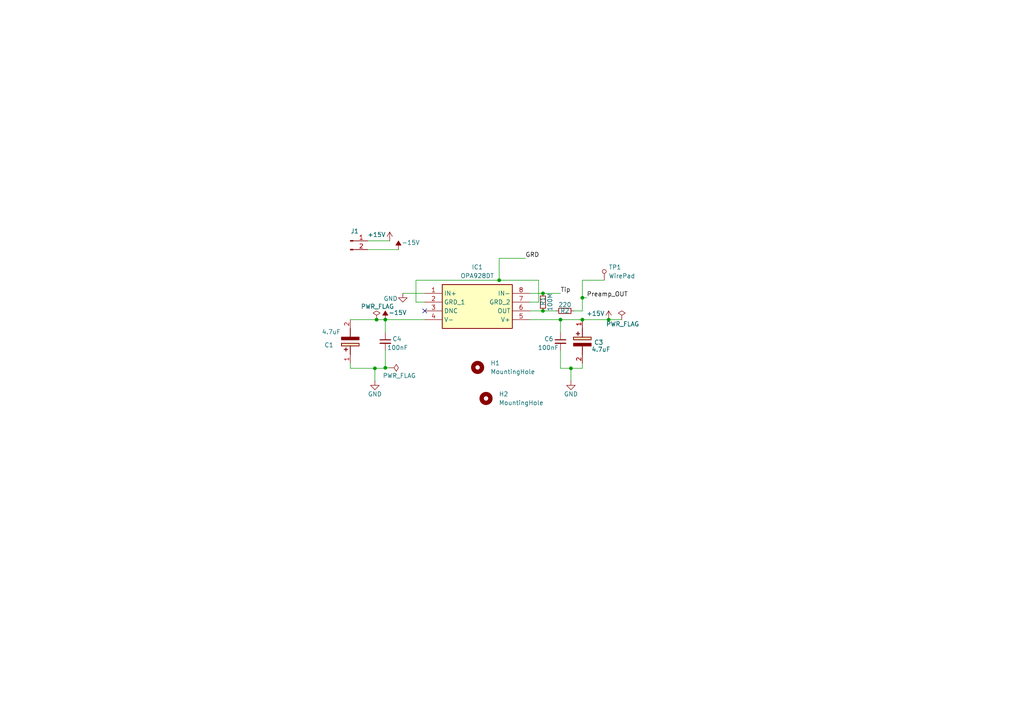
<source format=kicad_sch>
(kicad_sch (version 20250114) (generator "eeschema") (generator_version "9.0")
  (paper "A4")
  (lib_symbols
    (symbol "293D475X9035C2TE3:293D475X9035C2TE3" (pin_names (hide yes))
      (property "Reference" "C" (at 8.89 6.35 0))
      (property "Value" "293D475X9035C2TE3" (at 8.89 3.81 0))
      (symbol "293D475X9035C2TE3_1_1"
        (polyline (pts (xy 2.54 0) (xy 5.08 0)) (stroke (width 0.254)))
        (polyline (pts (xy 4.064 1.778) (xy 4.064 0.762)) (stroke (width 0.254)))
        (polyline (pts (xy 4.572 1.27) (xy 3.556 1.27)) (stroke (width 0.254)))
        (rectangle (start 5.08 2.54) (end 5.842 -2.54) (stroke (width 0.254)) (fill (type background)))
        (polyline (pts (xy 7.62 2.54) (xy 7.62 -2.54) (xy 6.858 -2.54) (xy 6.858 2.54) (xy 7.62 2.54)) (stroke (width 0.254)) (fill (type outline)))
        (polyline (pts (xy 7.62 0) (xy 10.16 0)) (stroke (width 0.254)))
        (pin passive line (at 0 0 0) (length 2.54) (name "+") (number "1"))
        (pin passive line (at 12.7 0 180) (length 2.54) (name "-") (number "2"))
      )
    )
    (symbol "Connector:Conn_01x02_Pin" (pin_names (offset 1.016) (hide yes))
      (property "Reference" "J" (at 0 2.54 0))
      (property "Value" "Conn_01x02_Pin" (at 0 -5.08 0))
      (symbol "Conn_01x02_Pin_1_1"
        (rectangle (start 0.8636 0.127) (end 0 -0.127) (stroke (width 0.1524)) (fill (type outline)))
        (rectangle (start 0.8636 -2.413) (end 0 -2.667) (stroke (width 0.1524)) (fill (type outline)))
        (polyline (pts (xy 1.27 0) (xy 0.8636 0)) (stroke (width 0.1524)))
        (polyline (pts (xy 1.27 -2.54) (xy 0.8636 -2.54)) (stroke (width 0.1524)))
        (pin passive line (at 5.08 0 180) (length 3.81) (name "Pin_1") (number "1"))
        (pin passive line (at 5.08 -2.54 180) (length 3.81) (name "Pin_2") (number "2"))
      )
    )
    (symbol "Device:C_Small" (pin_numbers (hide yes)) (pin_names (offset 0.254) (hide yes))
      (property "Reference" "C" (at 0.254 1.778 0))
      (property "Value" "C_Small" (at 0.254 -2.032 0))
      (symbol "C_Small_0_1"
        (polyline (pts (xy -1.524 0.508) (xy 1.524 0.508)) (stroke (width 0.3048)))
        (polyline (pts (xy -1.524 -0.508) (xy 1.524 -0.508)) (stroke (width 0.3302)))
      )
      (symbol "C_Small_1_1"
        (pin passive line (at 0 2.54 270) (length 2.032) (name "~") (number "1"))
        (pin passive line (at 0 -2.54 90) (length 2.032) (name "~") (number "2"))
      )
    )
    (symbol "Device:R_Small" (pin_numbers (hide yes)) (pin_names (offset 0.254) (hide yes))
      (property "Reference" "R" (at 0.762 0.508 0))
      (property "Value" "R_Small" (at 0.762 -1.016 0))
      (symbol "R_Small_0_1"
        (rectangle (start -0.762 1.778) (end 0.762 -1.778) (stroke (width 0.2032)))
      )
      (symbol "R_Small_1_1"
        (pin passive line (at 0 2.54 270) (length 0.762) (name "~") (number "1"))
        (pin passive line (at 0 -2.54 90) (length 0.762) (name "~") (number "2"))
      )
    )
    (symbol "Mechanical:MountingHole" (pin_names (offset 1.016)) (exclude_from_sim yes) (in_bom no)
      (property "Reference" "H" (at 0 5.08 0))
      (property "Value" "MountingHole" (at 0 3.175 0))
      (symbol "MountingHole_0_1"
        (circle (center 0 0) (radius 1.27) (stroke (width 1.27)))
      )
    )
    (symbol "SamacSys_Parts:OPA928DT"
      (property "Reference" "IC" (at 26.67 7.62 0))
      (property "Value" "OPA928DT" (at 26.67 5.08 0))
      (symbol "OPA928DT_1_1"
        (rectangle (start 5.08 2.54) (end 25.4 -10.16) (stroke (width 0.254)) (fill (type background)))
        (pin passive line (at 0 0 0) (length 5.08) (name "IN+") (number "1"))
        (pin passive line (at 0 -2.54 0) (length 5.08) (name "GRD_1") (number "2"))
        (pin passive line (at 0 -5.08 0) (length 5.08) (name "DNC") (number "3"))
        (pin passive line (at 0 -7.62 0) (length 5.08) (name "V-") (number "4"))
        (pin passive line (at 30.48 0 180) (length 5.08) (name "IN-") (number "8"))
        (pin passive line (at 30.48 -2.54 180) (length 5.08) (name "GRD_2") (number "7"))
        (pin passive line (at 30.48 -5.08 180) (length 5.08) (name "OUT") (number "6"))
        (pin passive line (at 30.48 -7.62 180) (length 5.08) (name "V+") (number "5"))
      )
    )
    (symbol "obbo_Passive:WirePad" (pin_numbers (hide yes)) (pin_names (offset 0))
      (property "Reference" "TP" (at -2.54 1.27 0))
      (property "Value" "WirePad" (at 0 -2.54 0))
      (symbol "WirePad_0_1"
        (circle (center 0 0) (radius 0.5588))
      )
      (symbol "WirePad_1_1"
        (pin passive line (at 0 2.54 270) (length 1.905) (name "~") (number "1"))
      )
    )
    (symbol "power:+15V" (power) (pin_numbers (hide yes)) (pin_names (offset 0) (hide yes))
      (property "Value" "+15V" (at 0 3.556 0))
      (symbol "+15V_0_1"
        (polyline (pts (xy -0.762 1.27) (xy 0 2.54)))
        (polyline (pts (xy 0 2.54) (xy 0.762 1.27)))
        (polyline (pts (xy 0 0) (xy 0 2.54)))
      )
      (symbol "+15V_1_1"
        (pin power_in line (at 0 0 90) (length 0) (name "~") (number "1"))
      )
    )
    (symbol "power:-15V" (power) (pin_numbers (hide yes)) (pin_names (offset 0) (hide yes))
      (property "Value" "-15V" (at 0 3.556 0))
      (symbol "-15V_0_0"
        (pin power_in line (at 0 0 90) (length 0) (name "~") (number "1"))
      )
      (symbol "-15V_0_1"
        (polyline (pts (xy 0 0) (xy 0 1.27) (xy 0.762 1.27) (xy 0 2.54) (xy -0.762 1.27) (xy 0 1.27)) (fill (type outline)))
      )
    )
    (symbol "power:GND" (power) (pin_numbers (hide yes)) (pin_names (offset 0) (hide yes))
      (property "Value" "GND" (at 0 -3.81 0))
      (symbol "GND_0_1"
        (polyline (pts (xy 0 0) (xy 0 -1.27) (xy 1.27 -1.27) (xy 0 -2.54) (xy -1.27 -1.27) (xy 0 -1.27)))
      )
      (symbol "GND_1_1"
        (pin power_in line (at 0 0 270) (length 0) (name "~") (number "1"))
      )
    )
    (symbol "power:PWR_FLAG" (power) (pin_numbers (hide yes)) (pin_names (offset 0) (hide yes))
      (property "Value" "PWR_FLAG" (at 0 3.81 0))
      (symbol "PWR_FLAG_0_0"
        (pin power_out line (at 0 0 90) (length 0) (name "~") (number "1"))
      )
      (symbol "PWR_FLAG_0_1"
        (polyline (pts (xy 0 0) (xy 0 1.27) (xy -1.016 1.905) (xy 0 2.54) (xy 1.016 1.905) (xy 0 1.27)))
      )
    )
  )
  (junction (at 157.48 85.09))
  (junction (at 111.76 106.68))
  (junction (at 176.53 92.71))
  (junction (at 109.22 92.71))
  (junction (at 162.56 92.71))
  (junction (at 157.48 90.17))
  (junction (at 165.5909 106.8275))
  (junction (at 108.7291 106.8275))
  (junction (at 168.91 86.36))
  (junction (at 111.76 92.71))
  (junction (at 144.78 81.28))
  (junction (at 168.91 92.71))
  (no_connect (at 123.19 90.17))
  (wire (pts (xy 120.65 81.28) (xy 144.78 81.28)))
  (wire (pts (xy 162.56 106.8275) (xy 162.56 101.6)))
  (wire (pts (xy 168.91 106.8275) (xy 165.5909 106.8275)))
  (wire (pts (xy 144.78 74.93) (xy 144.78 81.28)))
  (wire (pts (xy 165.5909 110.49) (xy 165.5909 106.8275)))
  (wire (pts (xy 116.84 85.09) (xy 123.19 85.09)))
  (wire (pts (xy 111.76 96.52) (xy 111.76 92.71)))
  (wire (pts (xy 153.67 92.71) (xy 162.56 92.71)))
  (wire (pts (xy 162.56 92.71) (xy 168.91 92.71)))
  (wire (pts (xy 111.76 106.68) (xy 111.76 101.6)))
  (wire (pts (xy 168.91 81.28) (xy 175.26 81.28)))
  (wire (pts (xy 108.7291 106.8275) (xy 111.76 106.8275)))
  (wire (pts (xy 108.7291 110.49) (xy 108.7291 106.8275)))
  (wire (pts (xy 144.78 81.28) (xy 156.21 81.28)))
  (wire (pts (xy 168.91 92.71) (xy 176.53 92.71)))
  (wire (pts (xy 176.53 92.71) (xy 180.34 92.71)))
  (wire (pts (xy 168.91 105.41) (xy 168.91 106.8275)))
  (wire (pts (xy 168.91 86.36) (xy 170.18 86.36)))
  (wire (pts (xy 109.22 92.71) (xy 111.76 92.71)))
  (wire (pts (xy 153.67 85.09) (xy 157.48 85.09)))
  (wire (pts (xy 156.21 81.28) (xy 156.21 87.63)))
  (wire (pts (xy 165.5909 106.8275) (xy 162.56 106.8275)))
  (wire (pts (xy 111.76 106.68) (xy 113.03 106.68)))
  (wire (pts (xy 153.67 90.17) (xy 157.48 90.17)))
  (wire (pts (xy 157.48 85.09) (xy 162.56 85.09)))
  (wire (pts (xy 123.19 87.63) (xy 120.65 87.63)))
  (wire (pts (xy 106.68 69.85) (xy 113.03 69.85)))
  (wire (pts (xy 168.91 86.36) (xy 168.91 81.28)))
  (wire (pts (xy 120.65 87.63) (xy 120.65 81.28)))
  (wire (pts (xy 156.21 87.63) (xy 153.67 87.63)))
  (wire (pts (xy 101.6 105.41) (xy 101.6 106.8275)))
  (wire (pts (xy 111.76 106.8275) (xy 111.76 106.68)))
  (wire (pts (xy 111.76 92.71) (xy 123.19 92.71)))
  (wire (pts (xy 168.91 90.17) (xy 166.37 90.17)))
  (wire (pts (xy 157.48 90.17) (xy 161.29 90.17)))
  (wire (pts (xy 101.6 92.71) (xy 109.22 92.71)))
  (wire (pts (xy 152.4 74.93) (xy 144.78 74.93)))
  (wire (pts (xy 101.6 106.8275) (xy 108.7291 106.8275)))
  (wire (pts (xy 106.68 72.39) (xy 115.57 72.39)))
  (wire (pts (xy 168.91 86.36) (xy 168.91 90.17)))
  (wire (pts (xy 162.56 96.52) (xy 162.56 92.71)))
  (label "GRD" (at 152.4 74.93 0))
  (label "Tip" (at 162.56 85.09 0))
  (label "Preamp_OUT" (at 170.18 86.36 0))
  (symbol (lib_id "Device:R_Small") (at 157.48 87.63 0) (unit 1)
    (property "Reference" "R1" (at 157.48 87.376 90))
    (property "Value" "100M" (at 159.512 87.63 90))
    (property "Footprint" "Resistor_SMD:R_0603_1608Metric" (effects (hide yes)))
    (property "Description" "Resistor, small symbol" (effects (hide yes)))
    (property "LCSC" "C22962" (effects (hide yes)))
    (property "Mouser Part Number" "708-HMC0603FT100M " (effects (hide yes)))
  )
  (symbol (lib_id "Mechanical:MountingHole") (at 138.5273 106.5681 0) (unit 1) (exclude_from_sim yes) (in_bom no)
    (property "Reference" "H1" (at 142.24 105.298 0) (effects (justify left)))
    (property "Value" "MountingHole" (at 142.24 107.838 0) (effects (justify left)))
    (property "Footprint" "MountingHole:MountingHole_2.2mm_M2" (effects (hide yes)))
    (property "Description" "Mounting Hole without connection" (effects (hide yes)))
  )
  (symbol (lib_id "Device:R_Small") (at 163.83 90.17 90) (unit 1)
    (property "Reference" "R2" (at 163.83 90.17 90))
    (property "Value" "220" (at 163.83 88.392 90))
    (property "Footprint" "Resistor_SMD:R_0603_1608Metric" (effects (hide yes)))
    (property "Description" "Resistor, small symbol" (effects (hide yes)))
    (property "LCSC" "C22962" (effects (hide yes)))
  )
  (symbol (lib_id "power:+15V") (at 176.53 92.71 0) (unit 1)
    (property "Reference" "#PWR04" (effects (hide yes)))
    (property "Value" "+15V" (at 172.72 90.932 0))
    (property "Description" "Power symbol creates a global label with name \"+15V\"" (effects (hide yes)))
  )
  (symbol (lib_id "power:GND") (at 108.7291 110.49 0) (unit 1)
    (property "Reference" "#PWR01" (effects (hide yes)))
    (property "Value" "GND" (at 108.7291 114.3 0))
    (property "Description" "Power symbol creates a global label with name \"GND\" , ground" (effects (hide yes)))
  )
  (symbol (lib_id "power:PWR_FLAG") (at 109.22 92.71 0) (unit 1)
    (property "Reference" "#FLG01" (effects (hide yes)))
    (property "Value" "PWR_FLAG" (at 109.474 88.9 0))
    (property "Description" "Special symbol for telling ERC where power comes from" (effects (hide yes)))
  )
  (symbol (lib_id "293D475X9035C2TE3:293D475X9035C2TE3") (at 101.6 105.41 90) (unit 1)
    (property "Reference" "C1" (at 96.774 100.076 90) (effects (justify left)))
    (property "Value" "4.7uF" (at 98.806 96.266 90) (effects (justify left)))
    (property "Footprint" "293D475X9035C2TE3:CAPPM6032X280N" (effects (hide yes)))
    (property "Datasheet" "http://www.vishay.com/docs/40002/293d.pdf" (effects (hide yes)))
    (property "Description" "Solid Tantalum Surface Mount Chip Capacitors TANTAMOUNT(TM), Molded Case, Standard Industrial Grade" (effects (hide yes)))
    (property "Height" "2.8" (effects (hide yes)))
    (property "Mouser Part Number" "74-293D475X9035C2TE3" (effects (hide yes)))
    (property "Mouser Price/Stock" "https://www.mouser.co.uk/ProductDetail/Vishay-Sprague/293D475X9035C2TE3?qs=L4BSZja3YaK5uiX7PSIEuA%3D%3D" (effects (hide yes)))
    (property "Manufacturer_Name" "Vishay" (effects (hide yes)))
    (property "Manufacturer_Part_Number" "293D475X9035C2TE3" (effects (hide yes)))
  )
  (symbol (lib_id "power:GND") (at 116.84 85.09 0) (unit 1)
    (property "Reference" "#PWR05" (effects (hide yes)))
    (property "Value" "GND" (at 113.284 86.614 0))
    (property "Description" "Power symbol creates a global label with name \"GND\" , ground" (effects (hide yes)))
  )
  (symbol (lib_id "power:-15V") (at 115.57 72.39 0) (unit 1)
    (property "Reference" "#PWR07" (effects (hide yes)))
    (property "Value" "-15V" (at 119.126 70.358 0))
    (property "Description" "Power symbol creates a global label with name \"-15V\"" (effects (hide yes)))
  )
  (symbol (lib_id "Device:C_Small") (at 111.76 99.06 0) (unit 1)
    (property "Reference" "C4" (at 113.792 98.298 0) (effects (justify left)))
    (property "Value" "100nF" (at 112.268 100.838 0) (effects (justify left)))
    (property "Footprint" "Capacitor_SMD:C_0402_1005Metric" (effects (hide yes)))
    (property "Description" "Unpolarized capacitor, small symbol" (effects (hide yes)))
    (property "LCSC" "C1545" (effects (hide yes)))
  )
  (symbol (lib_id "power:-15V") (at 111.76 92.71 0) (unit 1)
    (property "Reference" "#PWR02" (effects (hide yes)))
    (property "Value" "-15V" (at 115.316 90.678 0))
    (property "Description" "Power symbol creates a global label with name \"-15V\"" (effects (hide yes)))
  )
  (symbol (lib_id "SamacSys_Parts:OPA928DT") (at 123.19 85.09 0) (unit 1)
    (property "Reference" "IC1" (at 138.43 77.47 0))
    (property "Value" "OPA928DT" (at 138.43 80.01 0))
    (property "Footprint" "SamacSys_Parts:SOIC127P600X175-8N" (effects (hide yes)))
    (property "Datasheet" "https://www.ti.com/lit/ds/symlink/opa928.pdf?ts=1728931447403&ref_url=https%253A%252F%252Fwww.ti.com%252Fproduct%252FOPA928" (effects (hide yes)))
    (property "Description" "Operational Amplifiers - Op Amps High-voltage femtoampere-input-bias precision e-trim operational amplifier with RRIO" (effects (hide yes)))
    (property "Height" "1.75" (effects (hide yes)))
    (property "Mouser Part Number" "595-OPA928DT" (effects (hide yes)))
    (property "Mouser Price/Stock" "https://www.mouser.co.uk/ProductDetail/Texas-Instruments/OPA928DT?qs=2wMNvWM5ZX6Wti5wOvo%252B9w%3D%3D" (effects (hide yes)))
    (property "Manufacturer_Name" "Texas Instruments" (effects (hide yes)))
    (property "Manufacturer_Part_Number" "OPA928DT" (effects (hide yes)))
  )
  (symbol (lib_id "Connector:Conn_01x02_Pin") (at 101.6 69.85 0) (unit 1)
    (property "Reference" "J1" (at 102.87 67.056 0))
    (property "Value" "Conn_01x02_Pin" (effects (hide yes)))
    (property "Footprint" "Connector_PinHeader_2.54mm:PinHeader_1x02_P2.54mm_Vertical" (effects (hide yes)))
    (property "Description" "Generic connector, single row, 01x02, script generated" (effects (hide yes)))
  )
  (symbol (lib_id "Device:C_Small") (at 162.56 99.06 0) (mirror y) (unit 1)
    (property "Reference" "C6" (at 160.528 98.298 0) (effects (justify left)))
    (property "Value" "100nF" (at 162.052 100.838 0) (effects (justify left)))
    (property "Footprint" "Capacitor_SMD:C_0402_1005Metric" (effects (hide yes)))
    (property "Description" "Unpolarized capacitor, small symbol" (effects (hide yes)))
    (property "LCSC" "C1545" (effects (hide yes)))
  )
  (symbol (lib_id "power:PWR_FLAG") (at 113.03 106.68 270) (unit 1)
    (property "Reference" "#FLG02" (effects (hide yes)))
    (property "Value" "PWR_FLAG" (at 115.824 108.966 90))
    (property "Description" "Special symbol for telling ERC where power comes from" (effects (hide yes)))
  )
  (symbol (lib_id "293D475X9035C2TE3:293D475X9035C2TE3") (at 168.91 92.71 90) (mirror x) (unit 1)
    (property "Reference" "C3" (at 175.006 99.314 90) (effects (justify left)))
    (property "Value" "4.7uF" (at 177.038 101.346 90) (effects (justify left)))
    (property "Footprint" "293D475X9035C2TE3:CAPPM6032X280N" (effects (hide yes)))
    (property "Datasheet" "http://www.vishay.com/docs/40002/293d.pdf" (effects (hide yes)))
    (property "Description" "Solid Tantalum Surface Mount Chip Capacitors TANTAMOUNT(TM), Molded Case, Standard Industrial Grade" (effects (hide yes)))
    (property "Height" "2.8" (effects (hide yes)))
    (property "Mouser Part Number" "74-293D475X9035C2TE3" (effects (hide yes)))
    (property "Mouser Price/Stock" "https://www.mouser.co.uk/ProductDetail/Vishay-Sprague/293D475X9035C2TE3?qs=L4BSZja3YaK5uiX7PSIEuA%3D%3D" (effects (hide yes)))
    (property "Manufacturer_Name" "Vishay" (effects (hide yes)))
    (property "Manufacturer_Part_Number" "293D475X9035C2TE3" (effects (hide yes)))
  )
  (symbol (lib_id "power:+15V") (at 113.03 69.85 0) (unit 1)
    (property "Reference" "#PWR03" (effects (hide yes)))
    (property "Value" "+15V" (at 109.22 68.072 0))
    (property "Description" "Power symbol creates a global label with name \"+15V\"" (effects (hide yes)))
  )
  (symbol (lib_id "power:GND") (at 165.5909 110.49 0) (mirror y) (unit 1)
    (property "Reference" "#PWR06" (effects (hide yes)))
    (property "Value" "GND" (at 165.5909 114.3 0))
    (property "Description" "Power symbol creates a global label with name \"GND\" , ground" (effects (hide yes)))
  )
  (symbol (lib_id "Mechanical:MountingHole") (at 140.97 115.57 0) (unit 1) (exclude_from_sim yes) (in_bom no)
    (property "Reference" "H2" (at 144.6827 114.2999 0) (effects (justify left)))
    (property "Value" "MountingHole" (at 144.6827 116.8399 0) (effects (justify left)))
    (property "Footprint" "MountingHole:MountingHole_2.2mm_M2" (effects (hide yes)))
    (property "Description" "Mounting Hole without connection" (effects (hide yes)))
  )
  (symbol (lib_id "obbo_Passive:WirePad") (at 175.26 78.74 180) (unit 1)
    (property "Reference" "TP1" (at 176.53 77.508 0) (effects (justify right)))
    (property "Value" "WirePad" (at 176.53 80.048 0) (effects (justify right)))
    (property "Footprint" "Connector_PinHeader_1.00mm:PinHeader_1x01_P1.00mm_Vertical" (effects (hide yes)))
    (property "Description" "Wire Pad" (effects (hide yes)))
  )
  (symbol (lib_id "power:PWR_FLAG") (at 180.34 92.71 0) (unit 1)
    (property "Reference" "#FLG03" (effects (hide yes)))
    (property "Value" "PWR_FLAG" (at 180.594 93.98 0))
    (property "Description" "Special symbol for telling ERC where power comes from" (effects (hide yes)))
  )
)
</source>
